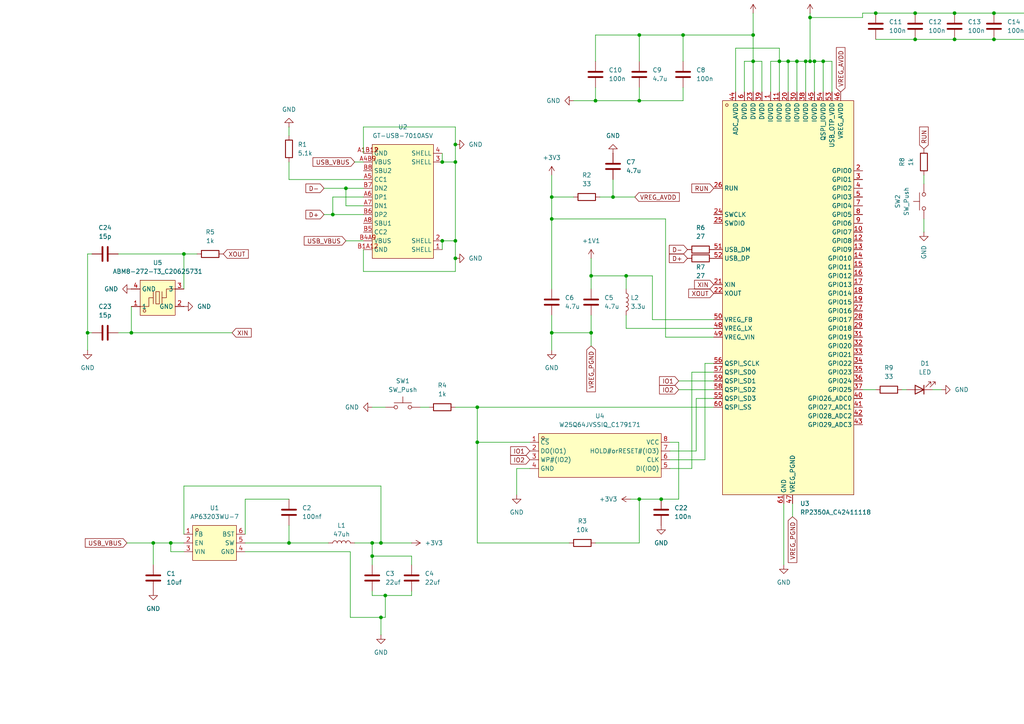
<source format=kicad_sch>
(kicad_sch (version 20231120) (generator "eeschema") (generator_version "8.0")
  (paper "A4")
  (lib_symbols
    (symbol "Device:C" (pin_numbers hide) (pin_names (offset 0.254))
      (property "Reference" "C" (at 0.635 2.54 0))
      (property "Value" "C" (at 0.635 -2.54 0))
      (symbol "C_0_1"
        (polyline (pts (xy -2.032 -0.762) (xy 2.032 -0.762)) (stroke (width 0.508)))
        (polyline (pts (xy -2.032 0.762) (xy 2.032 0.762)) (stroke (width 0.508)))
      )
      (symbol "C_1_1"
        (pin passive line (at 0 3.81 270) (length 2.794) (name "~") (number "1"))
        (pin passive line (at 0 -3.81 90) (length 2.794) (name "~") (number "2"))
      )
    )
    (symbol "Device:L" (pin_numbers hide) (pin_names (offset 1.016) hide)
      (property "Reference" "L" (at -1.27 0 90))
      (property "Value" "L" (at 1.905 0 90))
      (symbol "L_0_1"
        (arc (start 0 -2.54) (mid 0.6323 -1.905) (end 0 -1.27))
        (arc (start 0 -1.27) (mid 0.6323 -0.635) (end 0 0))
        (arc (start 0 0) (mid 0.6323 0.635) (end 0 1.27))
        (arc (start 0 1.27) (mid 0.6323 1.905) (end 0 2.54))
      )
      (symbol "L_1_1"
        (pin passive line (at 0 3.81 270) (length 1.27) (name "1") (number "1"))
        (pin passive line (at 0 -3.81 90) (length 1.27) (name "2") (number "2"))
      )
    )
    (symbol "Device:LED" (pin_numbers hide) (pin_names (offset 1.016) hide)
      (property "Reference" "D" (at 0 2.54 0))
      (property "Value" "LED" (at 0 -2.54 0))
      (symbol "LED_0_1"
        (polyline (pts (xy -1.27 -1.27) (xy -1.27 1.27)) (stroke (width 0.254)))
        (polyline (pts (xy -1.27 0) (xy 1.27 0)))
        (polyline (pts (xy 1.27 -1.27) (xy 1.27 1.27) (xy -1.27 0) (xy 1.27 -1.27)) (stroke (width 0.254)))
        (polyline (pts (xy -3.048 -0.762) (xy -4.572 -2.286) (xy -3.81 -2.286) (xy -4.572 -2.286) (xy -4.572 -1.524)))
        (polyline (pts (xy -1.778 -0.762) (xy -3.302 -2.286) (xy -2.54 -2.286) (xy -3.302 -2.286) (xy -3.302 -1.524)))
      )
      (symbol "LED_1_1"
        (pin passive line (at -3.81 0 0) (length 2.54) (name "K") (number "1"))
        (pin passive line (at 3.81 0 180) (length 2.54) (name "A") (number "2"))
      )
    )
    (symbol "Device:R" (pin_numbers hide) (pin_names (offset 0))
      (property "Reference" "R" (at 2.032 0 90))
      (property "Value" "R" (at 0 0 90))
      (symbol "R_0_1"
        (rectangle (start -1.016 -2.54) (end 1.016 2.54) (stroke (width 0.254)))
      )
      (symbol "R_1_1"
        (pin passive line (at 0 3.81 270) (length 1.27) (name "~") (number "1"))
        (pin passive line (at 0 -3.81 90) (length 1.27) (name "~") (number "2"))
      )
    )
    (symbol "EasyEda:ABM8-272-T3_C20625731"
      (property "Reference" "U" (at 0 7.62 0))
      (property "Value" "ABM8-272-T3_C20625731" (at 0 -7.62 0))
      (symbol "ABM8-272-T3_C20625731_0_1"
        (rectangle (start -5.08 5.08) (end 5.08 -5.08) (fill (type background)))
        (circle (center -3.81 -3.81) (radius 0.38))
        (rectangle (start -0.51 1.78) (end 0.51 -1.78) (fill (type background)))
        (polyline (pts (xy -1.27 -1.78) (xy -1.27 1.78)))
        (polyline (pts (xy 1.27 -1.78) (xy 1.27 1.78)))
        (polyline (pts (xy -5.08 -2.54) (xy -2.54 -2.54) (xy -2.54 0) (xy -1.27 0)))
        (polyline (pts (xy 5.08 2.54) (xy 2.54 2.54) (xy 2.54 0) (xy 1.27 0)))
        (pin input line (at -7.62 -2.54 0) (length 2.54) (name "1") (number "1"))
        (pin input line (at 7.62 -2.54 180) (length 2.54) (name "GND") (number "2"))
        (pin input line (at 7.62 2.54 180) (length 2.54) (name "3") (number "3"))
        (pin input line (at -7.62 2.54 0) (length 2.54) (name "GND") (number "4"))
      )
    )
    (symbol "EasyEda:AP63203WU-7"
      (property "Reference" "U" (at 0 7.62 0))
      (property "Value" "AP63203WU-7" (at 0 -7.62 0))
      (symbol "AP63203WU-7_0_1"
        (rectangle (start -6.35 5.08) (end 6.35 -5.08) (fill (type background)))
        (circle (center -5.08 3.81) (radius 0.38))
        (pin unspecified line (at -8.89 2.54 0) (length 2.54) (name "FB") (number "1"))
        (pin unspecified line (at -8.89 0 0) (length 2.54) (name "EN") (number "2"))
        (pin unspecified line (at -8.89 -2.54 0) (length 2.54) (name "VIN") (number "3"))
        (pin unspecified line (at 8.89 -2.54 180) (length 2.54) (name "GND") (number "4"))
        (pin unspecified line (at 8.89 0 180) (length 2.54) (name "SW") (number "5"))
        (pin unspecified line (at 8.89 2.54 180) (length 2.54) (name "BST") (number "6"))
      )
    )
    (symbol "EasyEda:GT-USB-7010ASV"
      (property "Reference" "U" (at 0 20.32 0))
      (property "Value" "GT-USB-7010ASV" (at 0 -17.78 0))
      (symbol "GT-USB-7010ASV_0_1"
        (rectangle (start -10.16 17.78) (end 7.62 -15.24) (fill (type background)))
        (circle (center -8.89 16.51) (radius 0.38))
        (pin unspecified line (at 10.16 -12.7 180) (length 2.54) (name "SHELL") (number "1"))
        (pin unspecified line (at 10.16 -10.16 180) (length 2.54) (name "SHELL") (number "2"))
        (pin unspecified line (at 10.16 12.7 180) (length 2.54) (name "SHELL") (number "3"))
        (pin unspecified line (at 10.16 15.24 180) (length 2.54) (name "SHELL") (number "4"))
        (pin unspecified line (at -12.7 15.24 0) (length 2.54) (name "GND") (number "A1B12"))
        (pin unspecified line (at -12.7 12.7 0) (length 2.54) (name "VBUS") (number "A4B9"))
        (pin unspecified line (at -12.7 7.62 0) (length 2.54) (name "CC1") (number "A5"))
        (pin unspecified line (at -12.7 2.54 0) (length 2.54) (name "DP1") (number "A6"))
        (pin unspecified line (at -12.7 0 0) (length 2.54) (name "DN1") (number "A7"))
        (pin unspecified line (at -12.7 -5.08 0) (length 2.54) (name "SBU1") (number "A8"))
        (pin unspecified line (at -12.7 -12.7 0) (length 2.54) (name "GND") (number "B1A12"))
        (pin unspecified line (at -12.7 -10.16 0) (length 2.54) (name "VBUS") (number "B4A9"))
        (pin unspecified line (at -12.7 -7.62 0) (length 2.54) (name "CC2") (number "B5"))
        (pin unspecified line (at -12.7 -2.54 0) (length 2.54) (name "DP2") (number "B6"))
        (pin unspecified line (at -12.7 5.08 0) (length 2.54) (name "DN2") (number "B7"))
        (pin unspecified line (at -12.7 10.16 0) (length 2.54) (name "SBU2") (number "B8"))
      )
    )
    (symbol "EasyEda:RP2350A_C42411118"
      (property "Reference" "U" (at 0 64.77 0))
      (property "Value" "RP2350A_C42411118" (at 0 -64.77 0))
      (symbol "RP2350A_C42411118_0_1"
        (rectangle (start -19.05 57.15) (end 19.05 -57.15) (fill (type background)))
        (circle (center -17.78 55.88) (radius 0.38))
        (pin unspecified line (at -5.08 59.69 270) (length 2.54) (name "IOVDD") (number "1"))
        (pin unspecified line (at 21.59 19.05 180) (length 2.54) (name "GPIO7") (number "10"))
        (pin unspecified line (at -2.54 59.69 270) (length 2.54) (name "IOVDD") (number "11"))
        (pin unspecified line (at 21.59 16.51 180) (length 2.54) (name "GPIO8") (number "12"))
        (pin unspecified line (at 21.59 13.97 180) (length 2.54) (name "GPIO9") (number "13"))
        (pin unspecified line (at 21.59 11.43 180) (length 2.54) (name "GPIO10") (number "14"))
        (pin unspecified line (at 21.59 8.89 180) (length 2.54) (name "GPIO11") (number "15"))
        (pin unspecified line (at 21.59 6.35 180) (length 2.54) (name "GPIO12") (number "16"))
        (pin unspecified line (at 21.59 3.81 180) (length 2.54) (name "GPIO13") (number "17"))
        (pin unspecified line (at 21.59 1.27 180) (length 2.54) (name "GPIO14") (number "18"))
        (pin unspecified line (at 21.59 -1.27 180) (length 2.54) (name "GPIO15") (number "19"))
        (pin unspecified line (at 21.59 36.83 180) (length 2.54) (name "GPIO0") (number "2"))
        (pin unspecified line (at 0 59.69 270) (length 2.54) (name "IOVDD") (number "20"))
        (pin unspecified line (at -21.59 3.81 0) (length 2.54) (name "XIN") (number "21"))
        (pin unspecified line (at -21.59 1.27 0) (length 2.54) (name "XOUT") (number "22"))
        (pin unspecified line (at -10.16 59.69 270) (length 2.54) (name "DVDD") (number "23"))
        (pin unspecified line (at -21.59 24.13 0) (length 2.54) (name "SWCLK") (number "24"))
        (pin unspecified line (at -21.59 21.59 0) (length 2.54) (name "SWDIO") (number "25"))
        (pin unspecified line (at -21.59 31.75 0) (length 2.54) (name "RUN") (number "26"))
        (pin unspecified line (at 21.59 -3.81 180) (length 2.54) (name "GPIO16") (number "27"))
        (pin unspecified line (at 21.59 -6.35 180) (length 2.54) (name "GPIO17") (number "28"))
        (pin unspecified line (at 21.59 -8.89 180) (length 2.54) (name "GPIO18") (number "29"))
        (pin unspecified line (at 21.59 34.29 180) (length 2.54) (name "GPIO1") (number "3"))
        (pin unspecified line (at 2.54 59.69 270) (length 2.54) (name "IOVDD") (number "30"))
        (pin unspecified line (at 21.59 -11.43 180) (length 2.54) (name "GPIO19") (number "31"))
        (pin unspecified line (at 21.59 -13.97 180) (length 2.54) (name "GPIO20") (number "32"))
        (pin unspecified line (at 21.59 -16.51 180) (length 2.54) (name "GPIO21") (number "33"))
        (pin unspecified line (at 21.59 -19.05 180) (length 2.54) (name "GPIO22") (number "34"))
        (pin unspecified line (at 21.59 -21.59 180) (length 2.54) (name "GPIO23") (number "35"))
        (pin unspecified line (at 21.59 -24.13 180) (length 2.54) (name "GPIO24") (number "36"))
        (pin unspecified line (at 21.59 -26.67 180) (length 2.54) (name "GPIO25") (number "37"))
        (pin unspecified line (at 5.08 59.69 270) (length 2.54) (name "IOVDD") (number "38"))
        (pin unspecified line (at -7.62 59.69 270) (length 2.54) (name "DVDD") (number "39"))
        (pin unspecified line (at 21.59 31.75 180) (length 2.54) (name "GPIO2") (number "4"))
        (pin unspecified line (at 21.59 -29.21 180) (length 2.54) (name "GPIO26_ADC0") (number "40"))
        (pin unspecified line (at 21.59 -31.75 180) (length 2.54) (name "GPIO27_ADC1") (number "41"))
        (pin unspecified line (at 21.59 -34.29 180) (length 2.54) (name "GPIO28_ADC2") (number "42"))
        (pin unspecified line (at 21.59 -36.83 180) (length 2.54) (name "GPIO29_ADC3") (number "43"))
        (pin unspecified line (at -15.24 59.69 270) (length 2.54) (name "ADC_AVDD") (number "44"))
        (pin unspecified line (at 7.62 59.69 270) (length 2.54) (name "IOVDD") (number "45"))
        (pin unspecified line (at 15.24 59.69 270) (length 2.54) (name "VREG_AVDD") (number "46"))
        (pin unspecified line (at 1.27 -59.69 90) (length 2.54) (name "VREG_PGND") (number "47"))
        (pin unspecified line (at -21.59 -8.89 0) (length 2.54) (name "VREG_LX") (number "48"))
        (pin unspecified line (at -21.59 -11.43 0) (length 2.54) (name "VREG_VIN") (number "49"))
        (pin unspecified line (at 21.59 29.21 180) (length 2.54) (name "GPIO3") (number "5"))
        (pin unspecified line (at -21.59 -6.35 0) (length 2.54) (name "VREG_FB") (number "50"))
        (pin unspecified line (at -21.59 13.97 0) (length 2.54) (name "USB_DM") (number "51"))
        (pin unspecified line (at -21.59 11.43 0) (length 2.54) (name "USB_DP") (number "52"))
        (pin unspecified line (at 12.7 59.69 270) (length 2.54) (name "USB_OTP_VDD") (number "53"))
        (pin unspecified line (at 10.16 59.69 270) (length 2.54) (name "QSPI_IOVDD") (number "54"))
        (pin unspecified line (at -21.59 -29.21 0) (length 2.54) (name "QSPI_SD3") (number "55"))
        (pin unspecified line (at -21.59 -19.05 0) (length 2.54) (name "QSPI_SCLK") (number "56"))
        (pin unspecified line (at -21.59 -21.59 0) (length 2.54) (name "QSPI_SD0") (number "57"))
        (pin unspecified line (at -21.59 -26.67 0) (length 2.54) (name "QSPI_SD2") (number "58"))
        (pin unspecified line (at -21.59 -24.13 0) (length 2.54) (name "QSPI_SD1") (number "59"))
        (pin unspecified line (at -12.7 59.69 270) (length 2.54) (name "DVDD") (number "6"))
        (pin unspecified line (at -21.59 -31.75 0) (length 2.54) (name "QSPI_SS") (number "60"))
        (pin unspecified line (at -1.27 -59.69 90) (length 2.54) (name "GND") (number "61"))
        (pin unspecified line (at 21.59 26.67 180) (length 2.54) (name "GPIO4") (number "7"))
        (pin unspecified line (at 21.59 24.13 180) (length 2.54) (name "GPIO5") (number "8"))
        (pin unspecified line (at 21.59 21.59 180) (length 2.54) (name "GPIO6") (number "9"))
      )
    )
    (symbol "EasyEda:W25Q64JVSSIQ_C179171"
      (property "Reference" "U" (at 0 8.89 0))
      (property "Value" "W25Q64JVSSIQ_C179171" (at 0 -8.89 0))
      (symbol "W25Q64JVSSIQ_C179171_0_1"
        (rectangle (start -17.78 6.35) (end 17.78 -6.35) (fill (type background)))
        (circle (center -16.51 5.08) (radius 0.38))
        (pin unspecified line (at -20.32 3.81 0) (length 2.54) (name "~{CS}") (number "1"))
        (pin unspecified line (at -20.32 1.27 0) (length 2.54) (name "DO(IO1)") (number "2"))
        (pin unspecified line (at -20.32 -1.27 0) (length 2.54) (name "WP#(IO2)") (number "3"))
        (pin unspecified line (at -20.32 -3.81 0) (length 2.54) (name "GND") (number "4"))
        (pin unspecified line (at 20.32 -3.81 180) (length 2.54) (name "DI(IO0)") (number "5"))
        (pin unspecified line (at 20.32 -1.27 180) (length 2.54) (name "CLK") (number "6"))
        (pin unspecified line (at 20.32 1.27 180) (length 2.54) (name "HOLD#orRESET#(IO3)") (number "7"))
        (pin unspecified line (at 20.32 3.81 180) (length 2.54) (name "VCC") (number "8"))
      )
    )
    (symbol "Switch:SW_Push" (pin_numbers hide) (pin_names (offset 1.016) hide)
      (property "Reference" "SW" (at 1.27 2.54 0))
      (property "Value" "SW_Push" (at 0 -1.524 0))
      (symbol "SW_Push_0_1"
        (circle (center -2.032 0) (radius 0.508))
        (polyline (pts (xy 0 1.27) (xy 0 3.048)))
        (polyline (pts (xy 2.54 1.27) (xy -2.54 1.27)))
        (circle (center 2.032 0) (radius 0.508))
        (pin passive line (at -5.08 0 0) (length 2.54) (name "1") (number "1"))
        (pin passive line (at 5.08 0 180) (length 2.54) (name "2") (number "2"))
      )
    )
    (symbol "power:+1V1" (power) (pin_numbers hide) (pin_names (offset 0) hide)
      (property "Value" "+1V1" (at 0 3.556 0))
      (symbol "+1V1_0_1"
        (polyline (pts (xy -0.762 1.27) (xy 0 2.54)))
        (polyline (pts (xy 0 0) (xy 0 2.54)))
        (polyline (pts (xy 0 2.54) (xy 0.762 1.27)))
      )
      (symbol "+1V1_1_1"
        (pin power_in line (at 0 0 90) (length 0) (name "~") (number "1"))
      )
    )
    (symbol "power:+3V3" (power) (pin_numbers hide) (pin_names (offset 0) hide)
      (property "Value" "+3V3" (at 0 3.556 0))
      (symbol "+3V3_0_1"
        (polyline (pts (xy -0.762 1.27) (xy 0 2.54)))
        (polyline (pts (xy 0 0) (xy 0 2.54)))
        (polyline (pts (xy 0 2.54) (xy 0.762 1.27)))
      )
      (symbol "+3V3_1_1"
        (pin power_in line (at 0 0 90) (length 0) (name "~") (number "1"))
      )
    )
    (symbol "power:GND" (power) (pin_numbers hide) (pin_names (offset 0) hide)
      (property "Value" "GND" (at 0 -3.81 0))
      (symbol "GND_0_1"
        (polyline (pts (xy 0 0) (xy 0 -1.27) (xy 1.27 -1.27) (xy 0 -2.54) (xy -1.27 -1.27) (xy 0 -1.27)))
      )
      (symbol "GND_1_1"
        (pin power_in line (at 0 0 270) (length 0) (name "~") (number "1"))
      )
    )
  )
  (junction (at 128.27 46.99))
  (junction (at 177.8 57.15))
  (junction (at 356.87 11.43))
  (junction (at 107.95 157.48))
  (junction (at 191.77 144.78))
  (junction (at 128.27 69.85))
  (junction (at 96.52 62.23))
  (junction (at 132.08 69.85))
  (junction (at 171.45 96.52))
  (junction (at 100.33 54.61))
  (junction (at 185.42 144.78))
  (junction (at 111.76 172.72))
  (junction (at 53.34 73.66))
  (junction (at 265.43 3.81))
  (junction (at 311.15 11.43))
  (junction (at 234.95 5.08))
  (junction (at 49.53 157.48))
  (junction (at 218.44 10.16))
  (junction (at 132.08 41.91))
  (junction (at 107.95 161.29))
  (junction (at 160.02 57.15))
  (junction (at 334.01 11.43))
  (junction (at 311.15 3.81))
  (junction (at 83.82 157.48))
  (junction (at 276.86 11.43))
  (junction (at 334.01 3.81))
  (junction (at 345.44 3.81))
  (junction (at 38.1 96.52))
  (junction (at 236.22 17.78))
  (junction (at 25.4 96.52))
  (junction (at 185.42 29.21))
  (junction (at 322.58 11.43))
  (junction (at 138.43 128.27))
  (junction (at 322.58 3.81))
  (junction (at 110.49 157.48))
  (junction (at 234.95 17.78))
  (junction (at 288.29 11.43))
  (junction (at 299.72 3.81))
  (junction (at 299.72 11.43))
  (junction (at 160.02 96.52))
  (junction (at 265.43 11.43))
  (junction (at 185.42 10.16))
  (junction (at 172.72 29.21))
  (junction (at 228.6 17.78))
  (junction (at 160.02 63.5))
  (junction (at 288.29 3.81))
  (junction (at 44.45 157.48))
  (junction (at 138.43 118.11))
  (junction (at 231.14 17.78))
  (junction (at 181.61 80.01))
  (junction (at 132.08 46.99))
  (junction (at 233.68 17.78))
  (junction (at 254 3.81))
  (junction (at 110.49 179.07))
  (junction (at 345.44 11.43))
  (junction (at 132.08 74.93))
  (junction (at 276.86 3.81))
  (junction (at 356.87 3.81))
  (junction (at 238.76 17.78))
  (junction (at 171.45 80.01))
  (junction (at 218.44 17.78))
  (junction (at 226.06 17.78))
  (junction (at 198.12 10.16))
  (junction (at 368.3 11.43))
  (wire (pts (xy 149.86 135.89) (xy 153.67 135.89)))
  (wire (pts (xy 38.1 96.52) (xy 38.1 88.9)))
  (wire (pts (xy 265.43 11.43) (xy 276.86 11.43)))
  (wire (pts (xy 160.02 96.52) (xy 160.02 91.44)))
  (wire (pts (xy 93.98 54.61) (xy 100.33 54.61)))
  (wire (pts (xy 254 3.81) (xy 265.43 3.81)))
  (wire (pts (xy 185.42 10.16) (xy 172.72 10.16)))
  (wire (pts (xy 71.12 160.02) (xy 101.6 160.02)))
  (wire (pts (xy 185.42 10.16) (xy 185.42 17.78)))
  (wire (pts (xy 215.9 26.67) (xy 215.9 17.78)))
  (wire (pts (xy 234.95 5.08) (xy 234.95 17.78)))
  (wire (pts (xy 184.15 57.15) (xy 177.8 57.15)))
  (wire (pts (xy 71.12 144.78) (xy 83.82 144.78)))
  (wire (pts (xy 119.38 163.83) (xy 119.38 161.29)))
  (wire (pts (xy 100.33 69.85) (xy 105.41 69.85)))
  (wire (pts (xy 182.88 144.78) (xy 185.42 144.78)))
  (wire (pts (xy 132.08 69.85) (xy 128.27 69.85)))
  (wire (pts (xy 322.58 3.81) (xy 334.01 3.81)))
  (wire (pts (xy 132.08 74.93) (xy 132.08 69.85)))
  (wire (pts (xy 105.41 44.45) (xy 105.41 36.83)))
  (wire (pts (xy 261.62 113.03) (xy 262.89 113.03)))
  (wire (pts (xy 107.95 172.72) (xy 107.95 171.45)))
  (wire (pts (xy 218.44 10.16) (xy 198.12 10.16)))
  (wire (pts (xy 299.72 3.81) (xy 311.15 3.81)))
  (wire (pts (xy 171.45 96.52) (xy 160.02 96.52)))
  (wire (pts (xy 334.01 3.81) (xy 345.44 3.81)))
  (wire (pts (xy 83.82 36.83) (xy 83.82 39.37)))
  (wire (pts (xy 231.14 17.78) (xy 231.14 26.67)))
  (wire (pts (xy 185.42 29.21) (xy 172.72 29.21)))
  (wire (pts (xy 185.42 157.48) (xy 185.42 144.78)))
  (wire (pts (xy 194.31 135.89) (xy 200.66 135.89)))
  (wire (pts (xy 218.44 10.16) (xy 218.44 17.78)))
  (wire (pts (xy 311.15 3.81) (xy 322.58 3.81)))
  (wire (pts (xy 101.6 179.07) (xy 110.49 179.07)))
  (wire (pts (xy 105.41 59.69) (xy 100.33 59.69)))
  (wire (pts (xy 107.95 161.29) (xy 107.95 163.83)))
  (wire (pts (xy 105.41 36.83) (xy 132.08 36.83)))
  (wire (pts (xy 160.02 50.8) (xy 160.02 57.15)))
  (wire (pts (xy 132.08 36.83) (xy 132.08 41.91)))
  (wire (pts (xy 267.97 53.34) (xy 267.97 50.8)))
  (wire (pts (xy 218.44 17.78) (xy 218.44 26.67)))
  (wire (pts (xy 241.3 17.78) (xy 241.3 26.67)))
  (wire (pts (xy 231.14 17.78) (xy 233.68 17.78)))
  (wire (pts (xy 207.01 95.25) (xy 181.61 95.25)))
  (wire (pts (xy 226.06 17.78) (xy 226.06 26.67)))
  (wire (pts (xy 250.19 5.08) (xy 250.19 3.81)))
  (wire (pts (xy 185.42 25.4) (xy 185.42 29.21)))
  (wire (pts (xy 368.3 11.43) (xy 368.3 15.24)))
  (wire (pts (xy 223.52 17.78) (xy 226.06 17.78)))
  (wire (pts (xy 215.9 17.78) (xy 218.44 17.78)))
  (wire (pts (xy 110.49 157.48) (xy 119.38 157.48)))
  (wire (pts (xy 200.66 135.89) (xy 200.66 107.95)))
  (wire (pts (xy 83.82 157.48) (xy 95.25 157.48)))
  (wire (pts (xy 25.4 96.52) (xy 25.4 73.66)))
  (wire (pts (xy 181.61 95.25) (xy 181.61 91.44)))
  (wire (pts (xy 128.27 69.85) (xy 128.27 72.39)))
  (wire (pts (xy 160.02 96.52) (xy 160.02 101.6)))
  (wire (pts (xy 234.95 5.08) (xy 250.19 5.08)))
  (wire (pts (xy 107.95 157.48) (xy 110.49 157.48)))
  (wire (pts (xy 198.12 10.16) (xy 198.12 17.78)))
  (wire (pts (xy 53.34 83.82) (xy 53.34 73.66)))
  (wire (pts (xy 107.95 157.48) (xy 102.87 157.48)))
  (wire (pts (xy 160.02 63.5) (xy 160.02 83.82)))
  (wire (pts (xy 185.42 144.78) (xy 191.77 144.78)))
  (wire (pts (xy 111.76 172.72) (xy 107.95 172.72)))
  (wire (pts (xy 273.05 113.03) (xy 270.51 113.03)))
  (wire (pts (xy 160.02 57.15) (xy 166.37 57.15)))
  (wire (pts (xy 149.86 143.51) (xy 149.86 135.89)))
  (wire (pts (xy 172.72 29.21) (xy 172.72 25.4)))
  (wire (pts (xy 105.41 78.74) (xy 132.08 78.74)))
  (wire (pts (xy 105.41 52.07) (xy 83.82 52.07)))
  (wire (pts (xy 311.15 11.43) (xy 322.58 11.43)))
  (wire (pts (xy 53.34 140.97) (xy 110.49 140.97)))
  (wire (pts (xy 207.01 97.79) (xy 193.04 97.79)))
  (wire (pts (xy 196.85 110.49) (xy 207.01 110.49)))
  (wire (pts (xy 173.99 57.15) (xy 177.8 57.15)))
  (wire (pts (xy 83.82 52.07) (xy 83.82 46.99)))
  (wire (pts (xy 201.93 130.81) (xy 201.93 115.57)))
  (wire (pts (xy 234.95 3.81) (xy 234.95 5.08)))
  (wire (pts (xy 334.01 11.43) (xy 345.44 11.43)))
  (wire (pts (xy 160.02 57.15) (xy 160.02 63.5)))
  (wire (pts (xy 67.31 96.52) (xy 38.1 96.52)))
  (wire (pts (xy 44.45 157.48) (xy 44.45 163.83)))
  (wire (pts (xy 128.27 46.99) (xy 132.08 46.99)))
  (wire (pts (xy 220.98 17.78) (xy 220.98 26.67)))
  (wire (pts (xy 53.34 157.48) (xy 49.53 157.48)))
  (wire (pts (xy 34.29 73.66) (xy 53.34 73.66)))
  (wire (pts (xy 138.43 128.27) (xy 138.43 157.48)))
  (wire (pts (xy 110.49 179.07) (xy 110.49 184.15)))
  (wire (pts (xy 171.45 96.52) (xy 171.45 100.33)))
  (wire (pts (xy 236.22 17.78) (xy 238.76 17.78)))
  (wire (pts (xy 25.4 96.52) (xy 25.4 101.6)))
  (wire (pts (xy 83.82 157.48) (xy 83.82 152.4)))
  (wire (pts (xy 229.87 146.05) (xy 229.87 149.86)))
  (wire (pts (xy 345.44 11.43) (xy 356.87 11.43)))
  (wire (pts (xy 223.52 26.67) (xy 223.52 17.78)))
  (wire (pts (xy 100.33 59.69) (xy 100.33 54.61)))
  (wire (pts (xy 53.34 154.94) (xy 53.34 140.97)))
  (wire (pts (xy 96.52 57.15) (xy 96.52 62.23)))
  (wire (pts (xy 132.08 78.74) (xy 132.08 74.93)))
  (wire (pts (xy 96.52 62.23) (xy 105.41 62.23)))
  (wire (pts (xy 198.12 29.21) (xy 185.42 29.21)))
  (wire (pts (xy 345.44 3.81) (xy 356.87 3.81)))
  (wire (pts (xy 196.85 113.03) (xy 207.01 113.03)))
  (wire (pts (xy 107.95 118.11) (xy 111.76 118.11)))
  (wire (pts (xy 204.47 105.41) (xy 207.01 105.41)))
  (wire (pts (xy 177.8 57.15) (xy 177.8 52.07)))
  (wire (pts (xy 119.38 172.72) (xy 119.38 171.45)))
  (wire (pts (xy 276.86 11.43) (xy 288.29 11.43)))
  (wire (pts (xy 132.08 46.99) (xy 132.08 69.85)))
  (wire (pts (xy 322.58 11.43) (xy 334.01 11.43)))
  (wire (pts (xy 250.19 3.81) (xy 254 3.81)))
  (wire (pts (xy 71.12 157.48) (xy 83.82 157.48)))
  (wire (pts (xy 121.92 118.11) (xy 124.46 118.11)))
  (wire (pts (xy 172.72 10.16) (xy 172.72 17.78)))
  (wire (pts (xy 207.01 92.71) (xy 189.23 92.71)))
  (wire (pts (xy 227.33 163.83) (xy 227.33 146.05)))
  (wire (pts (xy 207.01 118.11) (xy 138.43 118.11)))
  (wire (pts (xy 198.12 10.16) (xy 185.42 10.16)))
  (wire (pts (xy 194.31 133.35) (xy 204.47 133.35)))
  (wire (pts (xy 181.61 80.01) (xy 181.61 83.82)))
  (wire (pts (xy 49.53 157.48) (xy 44.45 157.48)))
  (wire (pts (xy 171.45 83.82) (xy 171.45 80.01)))
  (wire (pts (xy 171.45 74.93) (xy 171.45 80.01)))
  (wire (pts (xy 26.67 96.52) (xy 25.4 96.52)))
  (wire (pts (xy 171.45 91.44) (xy 171.45 96.52)))
  (wire (pts (xy 38.1 96.52) (xy 34.29 96.52)))
  (wire (pts (xy 238.76 17.78) (xy 241.3 17.78)))
  (wire (pts (xy 194.31 130.81) (xy 201.93 130.81)))
  (wire (pts (xy 171.45 80.01) (xy 181.61 80.01)))
  (wire (pts (xy 138.43 157.48) (xy 165.1 157.48)))
  (wire (pts (xy 196.85 128.27) (xy 196.85 144.78)))
  (wire (pts (xy 138.43 118.11) (xy 138.43 128.27)))
  (wire (pts (xy 189.23 92.71) (xy 189.23 80.01)))
  (wire (pts (xy 93.98 62.23) (xy 96.52 62.23)))
  (wire (pts (xy 49.53 160.02) (xy 49.53 157.48)))
  (wire (pts (xy 119.38 172.72) (xy 111.76 172.72)))
  (wire (pts (xy 172.72 157.48) (xy 185.42 157.48)))
  (wire (pts (xy 254 11.43) (xy 265.43 11.43)))
  (wire (pts (xy 101.6 160.02) (xy 101.6 179.07)))
  (wire (pts (xy 250.19 113.03) (xy 254 113.03)))
  (wire (pts (xy 105.41 72.39) (xy 105.41 78.74)))
  (wire (pts (xy 25.4 73.66) (xy 26.67 73.66)))
  (wire (pts (xy 193.04 97.79) (xy 193.04 63.5)))
  (wire (pts (xy 238.76 17.78) (xy 238.76 26.67)))
  (wire (pts (xy 267.97 67.31) (xy 267.97 63.5)))
  (wire (pts (xy 234.95 17.78) (xy 236.22 17.78)))
  (wire (pts (xy 276.86 3.81) (xy 288.29 3.81)))
  (wire (pts (xy 107.95 157.48) (xy 107.95 161.29)))
  (wire (pts (xy 36.83 157.48) (xy 44.45 157.48)))
  (wire (pts (xy 201.93 115.57) (xy 207.01 115.57)))
  (wire (pts (xy 128.27 44.45) (xy 128.27 46.99)))
  (wire (pts (xy 111.76 172.72) (xy 111.76 179.07)))
  (wire (pts (xy 218.44 17.78) (xy 220.98 17.78)))
  (wire (pts (xy 198.12 25.4) (xy 198.12 29.21)))
  (wire (pts (xy 213.36 26.67) (xy 213.36 13.97)))
  (wire (pts (xy 71.12 154.94) (xy 71.12 144.78)))
  (wire (pts (xy 226.06 13.97) (xy 226.06 17.78)))
  (wire (pts (xy 53.34 160.02) (xy 49.53 160.02)))
  (wire (pts (xy 226.06 17.78) (xy 228.6 17.78)))
  (wire (pts (xy 356.87 11.43) (xy 368.3 11.43)))
  (wire (pts (xy 166.37 29.21) (xy 172.72 29.21)))
  (wire (pts (xy 153.67 128.27) (xy 138.43 128.27)))
  (wire (pts (xy 53.34 73.66) (xy 57.15 73.66)))
  (wire (pts (xy 204.47 133.35) (xy 204.47 105.41)))
  (wire (pts (xy 191.77 144.78) (xy 196.85 144.78)))
  (wire (pts (xy 218.44 3.81) (xy 218.44 10.16)))
  (wire (pts (xy 102.87 46.99) (xy 105.41 46.99)))
  (wire (pts (xy 288.29 3.81) (xy 299.72 3.81)))
  (wire (pts (xy 119.38 161.29) (xy 107.95 161.29)))
  (wire (pts (xy 265.43 3.81) (xy 276.86 3.81)))
  (wire (pts (xy 105.41 57.15) (xy 96.52 57.15)))
  (wire (pts (xy 356.87 3.81) (xy 368.3 3.81)))
  (wire (pts (xy 213.36 13.97) (xy 226.06 13.97)))
  (wire (pts (xy 228.6 17.78) (xy 228.6 26.67)))
  (wire (pts (xy 228.6 17.78) (xy 231.14 17.78)))
  (wire (pts (xy 110.49 140.97) (xy 110.49 157.48)))
  (wire (pts (xy 194.31 128.27) (xy 196.85 128.27)))
  (wire (pts (xy 236.22 17.78) (xy 236.22 26.67)))
  (wire (pts (xy 299.72 11.43) (xy 311.15 11.43)))
  (wire (pts (xy 193.04 63.5) (xy 160.02 63.5)))
  (wire (pts (xy 132.08 118.11) (xy 138.43 118.11)))
  (wire (pts (xy 111.76 179.07) (xy 110.49 179.07)))
  (wire (pts (xy 233.68 17.78) (xy 233.68 26.67)))
  (wire (pts (xy 100.33 54.61) (xy 105.41 54.61)))
  (wire (pts (xy 233.68 17.78) (xy 234.95 17.78)))
  (wire (pts (xy 288.29 11.43) (xy 299.72 11.43)))
  (wire (pts (xy 200.66 107.95) (xy 207.01 107.95)))
  (wire (pts (xy 189.23 80.01) (xy 181.61 80.01)))
  (wire (pts (xy 132.08 41.91) (xy 132.08 46.99)))
  (global_label "XOUT" (shape input) (at 64.77 73.66 0) (property "Intersheetrefs" "${INTERSHEET_REFS}" (effects (hide yes))))
  (global_label "XOUT" (shape input) (at 207.01 85.09 180) (property "Intersheetrefs" "${INTERSHEET_REFS}" (effects (hide yes))))
  (global_label "VREG_PGND" (shape input) (at 229.87 149.86 270) (property "Intersheetrefs" "${INTERSHEET_REFS}" (effects (hide yes))))
  (global_label "D-" (shape input) (at 93.98 54.61 180) (property "Intersheetrefs" "${INTERSHEET_REFS}" (effects (hide yes))))
  (global_label "IO2" (shape input) (at 196.85 113.03 180) (property "Intersheetrefs" "${INTERSHEET_REFS}" (effects (hide yes))))
  (global_label "USB_VBUS" (shape input) (at 36.83 157.48 180) (property "Intersheetrefs" "${INTERSHEET_REFS}" (effects (hide yes))))
  (global_label "USB_VBUS" (shape input) (at 102.87 46.99 180) (property "Intersheetrefs" "${INTERSHEET_REFS}" (effects (hide yes))))
  (global_label "D-" (shape input) (at 199.39 72.39 180) (property "Intersheetrefs" "${INTERSHEET_REFS}" (effects (hide yes))))
  (global_label "D+" (shape input) (at 199.39 74.93 180) (property "Intersheetrefs" "${INTERSHEET_REFS}" (effects (hide yes))))
  (global_label "RUN" (shape input) (at 207.01 54.61 180) (property "Intersheetrefs" "${INTERSHEET_REFS}" (effects (hide yes))))
  (global_label "RUN" (shape input) (at 267.97 43.18 90) (property "Intersheetrefs" "${INTERSHEET_REFS}" (effects (hide yes))))
  (global_label "XIN" (shape input) (at 67.31 96.52 0) (property "Intersheetrefs" "${INTERSHEET_REFS}" (effects (hide yes))))
  (global_label "USB_VBUS" (shape input) (at 100.33 69.85 180) (property "Intersheetrefs" "${INTERSHEET_REFS}" (effects (hide yes))))
  (global_label "VREG_AVDD" (shape input) (at 184.15 57.15 0) (property "Intersheetrefs" "${INTERSHEET_REFS}" (effects (hide yes))))
  (global_label "XIN" (shape input) (at 207.01 82.55 180) (property "Intersheetrefs" "${INTERSHEET_REFS}" (effects (hide yes))))
  (global_label "IO1" (shape input) (at 196.85 110.49 180) (property "Intersheetrefs" "${INTERSHEET_REFS}" (effects (hide yes))))
  (global_label "VREG_AVDD" (shape input) (at 243.84 26.67 90) (property "Intersheetrefs" "${INTERSHEET_REFS}" (effects (hide yes))))
  (global_label "IO1" (shape input) (at 153.67 130.81 180) (property "Intersheetrefs" "${INTERSHEET_REFS}" (effects (hide yes))))
  (global_label "IO2" (shape input) (at 153.67 133.35 180) (property "Intersheetrefs" "${INTERSHEET_REFS}" (effects (hide yes))))
  (global_label "D+" (shape input) (at 93.98 62.23 180) (property "Intersheetrefs" "${INTERSHEET_REFS}" (effects (hide yes))))
  (global_label "VREG_PGND" (shape input) (at 171.45 100.33 270) (property "Intersheetrefs" "${INTERSHEET_REFS}" (effects (hide yes))))
  (symbol (lib_id "Device:C") (at 299.72 7.62 0) (unit 1)
    (property "Reference" "C15" (at 303.53 6.3499 0) (effects (justify left)))
    (property "Value" "100n" (at 303.53 8.8899 0) (effects (justify left)))
    (property "Footprint" "Capacitor_SMD:C_0402_1005Metric" (effects (hide yes)))
    (property "Description" "Unpolarized capacitor" (effects (hide yes)))
  )
  (symbol (lib_id "power:+3V3") (at 119.38 157.48 270) (unit 1)
    (property "Reference" "#PWR08" (effects (hide yes)))
    (property "Value" "+3V3" (at 123.19 157.4799 90) (effects (justify left)))
    (property "Description" "Power symbol creates a global label with name \"+3V3\"" (effects (hide yes)))
  )
  (symbol (lib_id "Device:C") (at 160.02 87.63 0) (unit 1)
    (property "Reference" "C6" (at 163.83 86.3599 0) (effects (justify left)))
    (property "Value" "4.7u" (at 163.83 88.8999 0) (effects (justify left)))
    (property "Footprint" "Capacitor_SMD:C_0603_1608Metric" (effects (hide yes)))
    (property "Description" "Unpolarized capacitor" (effects (hide yes)))
  )
  (symbol (lib_id "power:+1V1") (at 218.44 3.81 0) (unit 1)
    (property "Reference" "#PWR011" (effects (hide yes)))
    (property "Value" "+1V1" (at 218.44 -1.27 0))
    (property "Description" "Power symbol creates a global label with name \"+1V1\"" (effects (hide yes)))
  )
  (symbol (lib_id "power:GND") (at 191.77 152.4 0) (unit 1)
    (property "Reference" "#PWR017" (effects (hide yes)))
    (property "Value" "GND" (at 191.77 157.48 0))
    (property "Description" "Power symbol creates a global label with name \"GND\" , ground" (effects (hide yes)))
  )
  (symbol (lib_id "power:GND") (at 53.34 88.9 90) (unit 1)
    (property "Reference" "#PWR019" (effects (hide yes)))
    (property "Value" "GND" (at 57.15 88.8999 90) (effects (justify right)))
    (property "Description" "Power symbol creates a global label with name \"GND\" , ground" (effects (hide yes)))
  )
  (symbol (lib_id "power:+3V3") (at 160.02 50.8 0) (unit 1)
    (property "Reference" "#PWR09" (effects (hide yes)))
    (property "Value" "+3V3" (at 160.02 45.72 0))
    (property "Description" "Power symbol creates a global label with name \"+3V3\"" (effects (hide yes)))
  )
  (symbol (lib_id "Device:C") (at 83.82 148.59 0) (unit 1)
    (property "Reference" "C2" (at 87.63 147.3199 0) (effects (justify left)))
    (property "Value" "100nf" (at 87.63 149.8599 0) (effects (justify left)))
    (property "Footprint" "Capacitor_SMD:C_0402_1005Metric" (effects (hide yes)))
    (property "Description" "Unpolarized capacitor" (effects (hide yes)))
  )
  (symbol (lib_id "power:GND") (at 227.33 163.83 0) (unit 1)
    (property "Reference" "#PWR024" (effects (hide yes)))
    (property "Value" "GND" (at 227.33 168.91 0))
    (property "Description" "Power symbol creates a global label with name \"GND\" , ground" (effects (hide yes)))
  )
  (symbol (lib_id "Device:R") (at 203.2 74.93 270) (unit 1)
    (property "Reference" "R7" (at 203.2 77.47 90))
    (property "Value" "27" (at 203.2 80.01 90))
    (property "Footprint" "Resistor_SMD:R_0402_1005Metric" (effects (hide yes)))
    (property "Description" "Resistor" (effects (hide yes)))
  )
  (symbol (lib_id "Device:C") (at 171.45 87.63 0) (unit 1)
    (property "Reference" "C5" (at 175.26 86.3599 0) (effects (justify left)))
    (property "Value" "4.7u" (at 175.26 88.8999 0) (effects (justify left)))
    (property "Footprint" "Capacitor_SMD:C_0603_1608Metric" (effects (hide yes)))
    (property "Description" "Unpolarized capacitor" (effects (hide yes)))
  )
  (symbol (lib_id "Device:L") (at 181.61 87.63 0) (unit 1)
    (property "Reference" "L2" (at 182.88 86.3599 0) (effects (justify left)))
    (property "Value" "3.3u" (at 182.88 88.8999 0) (effects (justify left)))
    (property "Footprint" "Inductor_SMD:L_0805_2012Metric" (effects (hide yes)))
    (property "Description" "Inductor" (effects (hide yes)))
  )
  (symbol (lib_id "Device:R") (at 267.97 46.99 0) (unit 1)
    (property "Reference" "R8" (at 261.62 46.99 90))
    (property "Value" "1k" (at 264.16 46.99 90))
    (property "Footprint" "Resistor_SMD:R_0402_1005Metric" (effects (hide yes)))
    (property "Description" "Resistor" (effects (hide yes)))
  )
  (symbol (lib_id "power:GND") (at 166.37 29.21 270) (unit 1)
    (property "Reference" "#PWR012" (effects (hide yes)))
    (property "Value" "GND" (at 162.56 29.2099 90) (effects (justify right)))
    (property "Description" "Power symbol creates a global label with name \"GND\" , ground" (effects (hide yes)))
  )
  (symbol (lib_id "Switch:SW_Push") (at 116.84 118.11 0) (unit 1)
    (property "Reference" "SW1" (at 116.84 110.49 0))
    (property "Value" "SW_Push" (at 116.84 113.03 0))
    (property "Footprint" "Button_Switch_Keyboard:SW_Cherry_MX_1.00u_PCB" (effects (hide yes)))
    (property "Description" "Push button switch, generic, two pins" (effects (hide yes)))
  )
  (symbol (lib_id "power:GND") (at 273.05 113.03 90) (unit 1)
    (property "Reference" "#PWR023" (effects (hide yes)))
    (property "Value" "GND" (at 276.86 113.0299 90) (effects (justify right)))
    (property "Description" "Power symbol creates a global label with name \"GND\" , ground" (effects (hide yes)))
  )
  (symbol (lib_id "power:GND") (at 132.08 41.91 90) (unit 1)
    (property "Reference" "#PWR01" (effects (hide yes)))
    (property "Value" "GND" (at 135.89 41.9099 90) (effects (justify right)))
    (property "Description" "Power symbol creates a global label with name \"GND\" , ground" (effects (hide yes)))
  )
  (symbol (lib_id "Device:C") (at 172.72 21.59 0) (unit 1)
    (property "Reference" "C10" (at 176.53 20.3199 0) (effects (justify left)))
    (property "Value" "100n" (at 176.53 22.8599 0) (effects (justify left)))
    (property "Footprint" "Capacitor_SMD:C_0402_1005Metric" (effects (hide yes)))
    (property "Description" "Unpolarized capacitor" (effects (hide yes)))
  )
  (symbol (lib_id "Device:C") (at 198.12 21.59 0) (unit 1)
    (property "Reference" "C8" (at 201.93 20.3199 0) (effects (justify left)))
    (property "Value" "100n" (at 201.93 22.8599 0) (effects (justify left)))
    (property "Footprint" "Capacitor_SMD:C_0402_1005Metric" (effects (hide yes)))
    (property "Description" "Unpolarized capacitor" (effects (hide yes)))
  )
  (symbol (lib_id "power:GND") (at 107.95 118.11 270) (unit 1)
    (property "Reference" "#PWR018" (effects (hide yes)))
    (property "Value" "GND" (at 104.14 118.1099 90) (effects (justify right)))
    (property "Description" "Power symbol creates a global label with name \"GND\" , ground" (effects (hide yes)))
  )
  (symbol (lib_id "power:GND") (at 83.82 36.83 180) (unit 1)
    (property "Reference" "#PWR03" (effects (hide yes)))
    (property "Value" "GND" (at 83.82 31.75 0))
    (property "Description" "Power symbol creates a global label with name \"GND\" , ground" (effects (hide yes)))
  )
  (symbol (lib_id "power:GND") (at 368.3 15.24 0) (unit 1)
    (property "Reference" "#PWR014" (effects (hide yes)))
    (property "Value" "GND" (at 368.3 20.32 0))
    (property "Description" "Power symbol creates a global label with name \"GND\" , ground" (effects (hide yes)))
  )
  (symbol (lib_id "power:GND") (at 149.86 143.51 0) (unit 1)
    (property "Reference" "#PWR015" (effects (hide yes)))
    (property "Value" "GND" (at 149.86 148.59 0))
    (property "Description" "Power symbol creates a global label with name \"GND\" , ground" (effects (hide yes)))
  )
  (symbol (lib_id "EasyEda:RP2350A_C42411118") (at 228.6 86.36 0) (unit 1)
    (property "Reference" "U3" (at 232.0641 146.05 0) (effects (justify left)))
    (property "Value" "RP2350A_C42411118" (at 232.0641 148.59 0) (effects (justify left)))
    (property "Footprint" "easyeda2kicad:QFN-60_L7.0-W7.0-P0.40-TL-EP3.4" (effects (hide yes)))
    (property "LCSC Part" "C42411118" (effects (hide yes)))
  )
  (symbol (lib_id "Device:R") (at 128.27 118.11 270) (unit 1)
    (property "Reference" "R4" (at 128.27 111.76 90))
    (property "Value" "1k" (at 128.27 114.3 90))
    (property "Footprint" "Resistor_SMD:R_0402_1005Metric" (effects (hide yes)))
    (property "Description" "Resistor" (effects (hide yes)))
  )
  (symbol (lib_id "Device:C") (at 44.45 167.64 0) (unit 1)
    (property "Reference" "C1" (at 48.26 166.3699 0) (effects (justify left)))
    (property "Value" "10uf" (at 48.26 168.9099 0) (effects (justify left)))
    (property "Footprint" "Capacitor_SMD:C_0805_2012Metric" (effects (hide yes)))
    (property "Description" "Unpolarized capacitor" (effects (hide yes)))
  )
  (symbol (lib_id "Device:C") (at 177.8 48.26 0) (unit 1)
    (property "Reference" "C7" (at 181.61 46.9899 0) (effects (justify left)))
    (property "Value" "4.7u" (at 181.61 49.5299 0) (effects (justify left)))
    (property "Footprint" "Capacitor_SMD:C_0603_1608Metric" (effects (hide yes)))
    (property "Description" "Unpolarized capacitor" (effects (hide yes)))
  )
  (symbol (lib_id "Device:C") (at 311.15 7.62 0) (unit 1)
    (property "Reference" "C16" (at 314.96 6.3499 0) (effects (justify left)))
    (property "Value" "100n" (at 314.96 8.8899 0) (effects (justify left)))
    (property "Footprint" "Capacitor_SMD:C_0402_1005Metric" (effects (hide yes)))
    (property "Description" "Unpolarized capacitor" (effects (hide yes)))
  )
  (symbol (lib_id "power:+3V3") (at 234.95 3.81 0) (unit 1)
    (property "Reference" "#PWR013" (effects (hide yes)))
    (property "Value" "+3V3" (at 234.95 -1.27 0))
    (property "Description" "Power symbol creates a global label with name \"+3V3\"" (effects (hide yes)))
  )
  (symbol (lib_id "power:GND") (at 132.08 74.93 90) (unit 1)
    (property "Reference" "#PWR02" (effects (hide yes)))
    (property "Value" "GND" (at 135.89 74.9299 90) (effects (justify right)))
    (property "Description" "Power symbol creates a global label with name \"GND\" , ground" (effects (hide yes)))
  )
  (symbol (lib_id "Device:R") (at 83.82 43.18 0) (unit 1)
    (property "Reference" "R1" (at 86.36 41.9099 0) (effects (justify left)))
    (property "Value" "5.1k" (at 86.36 44.4499 0) (effects (justify left)))
    (property "Footprint" "Resistor_SMD:R_0402_1005Metric" (effects (hide yes)))
    (property "Description" "Resistor" (effects (hide yes)))
  )
  (symbol (lib_id "Device:C") (at 191.77 148.59 0) (unit 1)
    (property "Reference" "C22" (at 195.58 147.3199 0) (effects (justify left)))
    (property "Value" "100n" (at 195.58 149.8599 0) (effects (justify left)))
    (property "Footprint" "Capacitor_SMD:C_0402_1005Metric" (effects (hide yes)))
    (property "Description" "Unpolarized capacitor" (effects (hide yes)))
  )
  (symbol (lib_id "Device:R") (at 168.91 157.48 90) (unit 1)
    (property "Reference" "R3" (at 168.91 151.13 90))
    (property "Value" "10k" (at 168.91 153.67 90))
    (property "Footprint" "Resistor_SMD:R_0402_1005Metric" (effects (hide yes)))
    (property "Description" "Resistor" (effects (hide yes)))
  )
  (symbol (lib_id "power:GND") (at 110.49 184.15 0) (unit 1)
    (property "Reference" "#PWR05" (effects (hide yes)))
    (property "Value" "GND" (at 110.49 189.23 0))
    (property "Description" "Power symbol creates a global label with name \"GND\" , ground" (effects (hide yes)))
  )
  (symbol (lib_id "Device:R") (at 203.2 72.39 90) (unit 1)
    (property "Reference" "R6" (at 203.2 66.04 90))
    (property "Value" "27" (at 203.2 68.58 90))
    (property "Footprint" "Resistor_SMD:R_0402_1005Metric" (effects (hide yes)))
    (property "Description" "Resistor" (effects (hide yes)))
  )
  (symbol (lib_id "power:GND") (at 44.45 171.45 0) (unit 1)
    (property "Reference" "#PWR04" (effects (hide yes)))
    (property "Value" "GND" (at 44.45 176.53 0))
    (property "Description" "Power symbol creates a global label with name \"GND\" , ground" (effects (hide yes)))
  )
  (symbol (lib_id "Device:C") (at 107.95 167.64 0) (unit 1)
    (property "Reference" "C3" (at 111.76 166.3699 0) (effects (justify left)))
    (property "Value" "22uf" (at 111.76 168.9099 0) (effects (justify left)))
    (property "Footprint" "Capacitor_SMD:C_0603_1608Metric" (effects (hide yes)))
    (property "Description" "Unpolarized capacitor" (effects (hide yes)))
  )
  (symbol (lib_id "Switch:SW_Push") (at 267.97 58.42 90) (unit 1)
    (property "Reference" "SW2" (at 260.35 58.42 0))
    (property "Value" "SW_Push" (at 262.89 58.42 0))
    (property "Footprint" "Button_Switch_Keyboard:SW_Cherry_MX_1.00u_PCB" (effects (hide yes)))
    (property "Description" "Push button switch, generic, two pins" (effects (hide yes)))
  )
  (symbol (lib_id "Device:C") (at 30.48 96.52 90) (unit 1)
    (property "Reference" "C23" (at 30.48 88.9 90))
    (property "Value" "15p" (at 30.48 91.44 90))
    (property "Footprint" "Capacitor_SMD:C_0402_1005Metric" (effects (hide yes)))
    (property "Description" "Unpolarized capacitor" (effects (hide yes)))
  )
  (symbol (lib_id "EasyEda:ABM8-272-T3_C20625731") (at 45.72 86.36 0) (unit 1)
    (property "Reference" "U5" (at 45.72 76.2 0))
    (property "Value" "ABM8-272-T3_C20625731" (at 45.72 78.74 0))
    (property "Footprint" "easyeda2kicad:CRYSTAL-SMD_4P-L3.2-W2.5-BL" (effects (hide yes)))
    (property "LCSC Part" "C20625731" (effects (hide yes)))
  )
  (symbol (lib_id "power:GND") (at 267.97 67.31 0) (unit 1)
    (property "Reference" "#PWR022" (effects (hide yes)))
    (property "Value" "GND" (at 267.9699 71.12 90) (effects (justify right)))
    (property "Description" "Power symbol creates a global label with name \"GND\" , ground" (effects (hide yes)))
  )
  (symbol (lib_id "Device:C") (at 356.87 7.62 0) (unit 1)
    (property "Reference" "C20" (at 360.68 6.3499 0) (effects (justify left)))
    (property "Value" "100n" (at 360.68 8.8899 0) (effects (justify left)))
    (property "Footprint" "Capacitor_SMD:C_0402_1005Metric" (effects (hide yes)))
    (property "Description" "Unpolarized capacitor" (effects (hide yes)))
  )
  (symbol (lib_id "power:GND") (at 25.4 101.6 0) (unit 1)
    (property "Reference" "#PWR021" (effects (hide yes)))
    (property "Value" "GND" (at 25.4 106.68 0))
    (property "Description" "Power symbol creates a global label with name \"GND\" , ground" (effects (hide yes)))
  )
  (symbol (lib_id "Device:C") (at 276.86 7.62 0) (unit 1)
    (property "Reference" "C13" (at 280.67 6.3499 0) (effects (justify left)))
    (property "Value" "100n" (at 280.67 8.8899 0) (effects (justify left)))
    (property "Footprint" "Capacitor_SMD:C_0402_1005Metric" (effects (hide yes)))
    (property "Description" "Unpolarized capacitor" (effects (hide yes)))
  )
  (symbol (lib_id "Device:C") (at 345.44 7.62 0) (unit 1)
    (property "Reference" "C19" (at 349.25 6.3499 0) (effects (justify left)))
    (property "Value" "100n" (at 349.25 8.8899 0) (effects (justify left)))
    (property "Footprint" "Capacitor_SMD:C_0402_1005Metric" (effects (hide yes)))
    (property "Description" "Unpolarized capacitor" (effects (hide yes)))
  )
  (symbol (lib_id "power:GND") (at 38.1 83.82 270) (unit 1)
    (property "Reference" "#PWR020" (effects (hide yes)))
    (property "Value" "GND" (at 34.29 83.8199 90) (effects (justify right)))
    (property "Description" "Power symbol creates a global label with name \"GND\" , ground" (effects (hide yes)))
  )
  (symbol (lib_id "EasyEda:AP63203WU-7") (at 62.23 157.48 0) (unit 1)
    (property "Reference" "U1" (at 62.23 147.32 0))
    (property "Value" "AP63203WU-7" (at 62.23 149.86 0))
    (property "Footprint" "easyeda2kicad:TSOT-26_L2.9-W1.6-P0.95-LS2.8-BL" (effects (hide yes)))
    (property "LCSC Part" "C780769" (effects (hide yes)))
  )
  (symbol (lib_id "power:+1V1") (at 171.45 74.93 0) (unit 1)
    (property "Reference" "#PWR010" (effects (hide yes)))
    (property "Value" "+1V1" (at 171.45 69.85 0))
    (property "Description" "Power symbol creates a global label with name \"+1V1\"" (effects (hide yes)))
  )
  (symbol (lib_id "Device:C") (at 288.29 7.62 0) (unit 1)
    (property "Reference" "C14" (at 292.1 6.3499 0) (effects (justify left)))
    (property "Value" "100n" (at 292.1 8.8899 0) (effects (justify left)))
    (property "Footprint" "Capacitor_SMD:C_0402_1005Metric" (effects (hide yes)))
    (property "Description" "Unpolarized capacitor" (effects (hide yes)))
  )
  (symbol (lib_id "Device:C") (at 119.38 167.64 0) (unit 1)
    (property "Reference" "C4" (at 123.19 166.3699 0) (effects (justify left)))
    (property "Value" "22uf" (at 123.19 168.9099 0) (effects (justify left)))
    (property "Footprint" "Capacitor_SMD:C_0603_1608Metric" (effects (hide yes)))
    (property "Description" "Unpolarized capacitor" (effects (hide yes)))
  )
  (symbol (lib_id "Device:L") (at 99.06 157.48 90) (unit 1)
    (property "Reference" "L1" (at 99.06 152.4 90))
    (property "Value" "47uh" (at 99.06 154.94 90))
    (property "Footprint" "Inductor_SMD:L_1210_3225Metric" (effects (hide yes)))
    (property "Description" "Inductor" (effects (hide yes)))
  )
  (symbol (lib_id "Device:C") (at 185.42 21.59 0) (unit 1)
    (property "Reference" "C9" (at 189.23 20.3199 0) (effects (justify left)))
    (property "Value" "4.7u" (at 189.23 22.8599 0) (effects (justify left)))
    (property "Footprint" "Capacitor_SMD:C_0603_1608Metric" (effects (hide yes)))
    (property "Description" "Unpolarized capacitor" (effects (hide yes)))
  )
  (symbol (lib_id "Device:R") (at 257.81 113.03 90) (unit 1)
    (property "Reference" "R9" (at 257.81 106.68 90))
    (property "Value" "33" (at 257.81 109.22 90))
    (property "Footprint" "Resistor_SMD:R_0402_1005Metric" (effects (hide yes)))
    (property "Description" "Resistor" (effects (hide yes)))
  )
  (symbol (lib_id "Device:C") (at 30.48 73.66 90) (unit 1)
    (property "Reference" "C24" (at 30.48 66.04 90))
    (property "Value" "15p" (at 30.48 68.58 90))
    (property "Footprint" "Capacitor_SMD:C_0402_1005Metric" (effects (hide yes)))
    (property "Description" "Unpolarized capacitor" (effects (hide yes)))
  )
  (symbol (lib_id "Device:C") (at 265.43 7.62 0) (unit 1)
    (property "Reference" "C12" (at 269.24 6.3499 0) (effects (justify left)))
    (property "Value" "100n" (at 269.24 8.8899 0) (effects (justify left)))
    (property "Footprint" "Capacitor_SMD:C_0402_1005Metric" (effects (hide yes)))
    (property "Description" "Unpolarized capacitor" (effects (hide yes)))
  )
  (symbol (lib_id "Device:LED") (at 266.7 113.03 180) (unit 1)
    (property "Reference" "D1" (at 268.2875 105.41 0))
    (property "Value" "LED" (at 268.2875 107.95 0))
    (property "Footprint" "LED_SMD:LED_0402_1005Metric" (effects (hide yes)))
    (property "Description" "Light emitting diode" (effects (hide yes)))
  )
  (symbol (lib_id "EasyEda:GT-USB-7010ASV") (at 118.11 59.69 0) (unit 1)
    (property "Reference" "U2" (at 116.84 36.83 0))
    (property "Value" "GT-USB-7010ASV" (at 116.84 39.37 0))
    (property "Footprint" "easyeda2kicad:USB-C-SMD_G-SWITCH_GT-USB-7010ASV" (effects (hide yes)))
    (property "LCSC Part" "C2988369" (effects (hide yes)))
  )
  (symbol (lib_id "power:GND") (at 177.8 44.45 180) (unit 1)
    (property "Reference" "#PWR07" (effects (hide yes)))
    (property "Value" "GND" (at 177.8 39.37 0))
    (property "Description" "Power symbol creates a global label with name \"GND\" , ground" (effects (hide yes)))
  )
  (symbol (lib_id "Device:C") (at 254 7.62 0) (unit 1)
    (property "Reference" "C11" (at 257.81 6.3499 0) (effects (justify left)))
    (property "Value" "100n" (at 257.81 8.8899 0) (effects (justify left)))
    (property "Footprint" "Capacitor_SMD:C_0402_1005Metric" (effects (hide yes)))
    (property "Description" "Unpolarized capacitor" (effects (hide yes)))
  )
  (symbol (lib_id "Device:R") (at 170.18 57.15 90) (unit 1)
    (property "Reference" "R2" (at 170.18 50.8 90))
    (property "Value" "33" (at 170.18 53.34 90))
    (property "Footprint" "Resistor_SMD:R_0402_1005Metric" (effects (hide yes)))
    (property "Description" "Resistor" (effects (hide yes)))
  )
  (symbol (lib_id "Device:C") (at 334.01 7.62 0) (unit 1)
    (property "Reference" "C18" (at 337.82 6.3499 0) (effects (justify left)))
    (property "Value" "100n" (at 337.82 8.8899 0) (effects (justify left)))
    (property "Footprint" "Capacitor_SMD:C_0402_1005Metric" (effects (hide yes)))
    (property "Description" "Unpolarized capacitor" (effects (hide yes)))
  )
  (symbol (lib_id "power:+3V3") (at 182.88 144.78 90) (unit 1)
    (property "Reference" "#PWR016" (effects (hide yes)))
    (property "Value" "+3V3" (at 179.07 144.7799 90) (effects (justify left)))
    (property "Description" "Power symbol creates a global label with name \"+3V3\"" (effects (hide yes)))
  )
  (symbol (lib_id "EasyEda:W25Q64JVSSIQ_C179171") (at 173.99 132.08 0) (unit 1)
    (property "Reference" "U4" (at 173.99 120.65 0))
    (property "Value" "W25Q64JVSSIQ_C179171" (at 173.99 123.19 0))
    (property "Footprint" "easyeda2kicad:SOIC-8_L5.3-W5.3-P1.27-LS8.0-BL" (effects (hide yes)))
    (property "Datasheet" "https://lcsc.com/product-detail/New-Arrivals_Winbond-Elec-W25Q64JVSSIQ_C179171.html" (effects (hide yes)))
    (property "LCSC Part" "C179171" (effects (hide yes)))
  )
  (symbol (lib_id "Device:C") (at 322.58 7.62 0) (unit 1)
    (property "Reference" "C17" (at 326.39 6.3499 0) (effects (justify left)))
    (property "Value" "100n" (at 326.39 8.8899 0) (effects (justify left)))
    (property "Footprint" "Capacitor_SMD:C_0402_1005Metric" (effects (hide yes)))
    (property "Description" "Unpolarized capacitor" (effects (hide yes)))
  )
  (symbol (lib_id "Device:C") (at 368.3 7.62 0) (unit 1)
    (property "Reference" "C21" (at 372.11 6.3499 0) (effects (justify left)))
    (property "Value" "100n" (at 372.11 8.8899 0) (effects (justify left)))
    (property "Footprint" "Capacitor_SMD:C_0402_1005Metric" (effects (hide yes)))
    (property "Description" "Unpolarized capacitor" (effects (hide yes)))
  )
  (symbol (lib_id "power:GND") (at 160.02 101.6 0) (unit 1)
    (property "Reference" "#PWR06" (effects (hide yes)))
    (property "Value" "GND" (at 160.02 106.68 0))
    (property "Description" "Power symbol creates a global label with name \"GND\" , ground" (effects (hide yes)))
  )
  (symbol (lib_id "Device:R") (at 60.96 73.66 90) (unit 1)
    (property "Reference" "R5" (at 60.96 67.31 90))
    (property "Value" "1k" (at 60.96 69.85 90))
    (property "Footprint" "Resistor_SMD:R_0402_1005Metric" (effects (hide yes)))
    (property "Description" "Resistor" (effects (hide yes)))
  )
)
</source>
